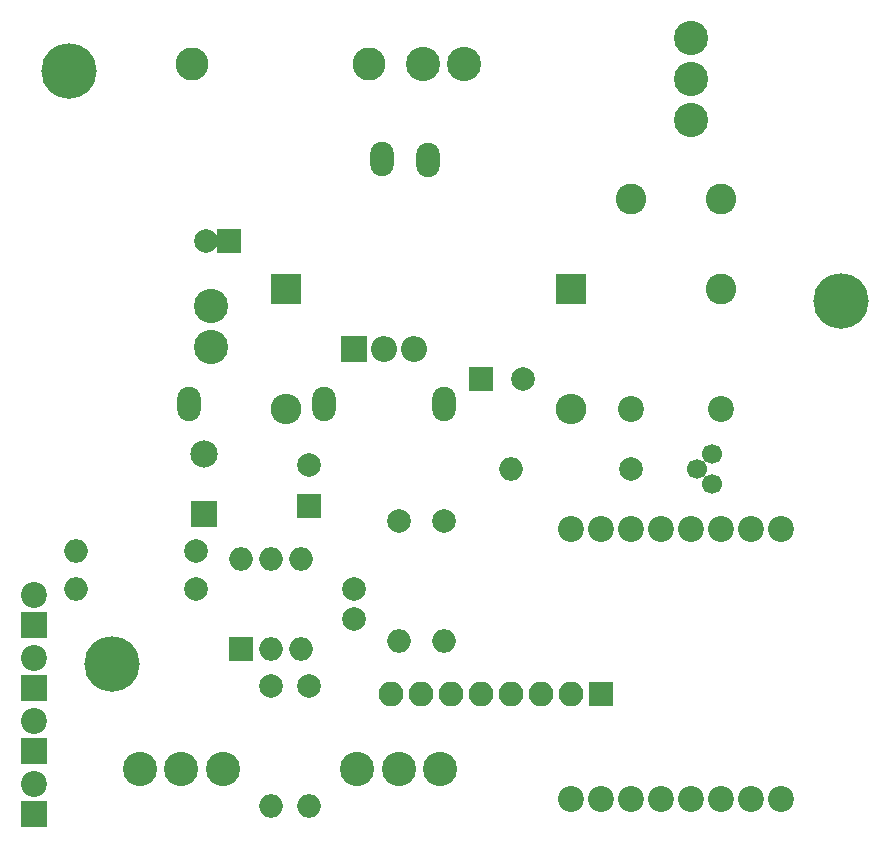
<source format=gbr>
G04 #@! TF.FileFunction,Soldermask,Bot*
%FSLAX46Y46*%
G04 Gerber Fmt 4.6, Leading zero omitted, Abs format (unit mm)*
G04 Created by KiCad (PCBNEW 4.0.7) date 02/09/18 10:32:30*
%MOMM*%
%LPD*%
G01*
G04 APERTURE LIST*
%ADD10C,0.100000*%
%ADD11O,2.000000X2.900000*%
%ADD12C,1.700000*%
%ADD13C,2.200000*%
%ADD14C,2.800000*%
%ADD15C,2.000000*%
%ADD16O,2.000000X2.000000*%
%ADD17R,2.100000X2.100000*%
%ADD18O,2.100000X2.100000*%
%ADD19C,2.900000*%
%ADD20C,2.600000*%
%ADD21R,2.200000X2.200000*%
%ADD22O,2.200000X2.200000*%
%ADD23R,2.000000X2.000000*%
%ADD24R,2.600000X2.600000*%
%ADD25O,2.600000X2.600000*%
%ADD26R,2.305000X2.305000*%
%ADD27C,2.305000*%
%ADD28C,4.700000*%
G04 APERTURE END LIST*
D10*
D11*
X221595000Y-75445000D03*
X217695000Y-75345000D03*
X201295000Y-96105000D03*
X212725000Y-96105000D03*
X222885000Y-96105000D03*
D12*
X244348000Y-101600000D03*
X245618000Y-100330000D03*
X245618000Y-102870000D03*
D13*
X233680000Y-129540000D03*
X236220000Y-129540000D03*
X238760000Y-129540000D03*
X241300000Y-129540000D03*
X243840000Y-129540000D03*
X246380000Y-129540000D03*
X248920000Y-129540000D03*
X251460000Y-129540000D03*
X251460000Y-106680000D03*
X248920000Y-106680000D03*
X246380000Y-106680000D03*
X243840000Y-106680000D03*
X241300000Y-106680000D03*
X238760000Y-106680000D03*
X236220000Y-106680000D03*
X233680000Y-106680000D03*
D14*
X216535000Y-67310000D03*
X201535000Y-67310000D03*
D15*
X222885000Y-106045000D03*
D16*
X222885000Y-116205000D03*
D17*
X236220000Y-120650000D03*
D18*
X233680000Y-120650000D03*
X231140000Y-120650000D03*
X228600000Y-120650000D03*
X226060000Y-120650000D03*
X223520000Y-120650000D03*
X220980000Y-120650000D03*
X218440000Y-120650000D03*
D19*
X224635000Y-67310000D03*
X221135000Y-67310000D03*
D13*
X246380000Y-96520000D03*
X238760000Y-96520000D03*
D20*
X246380000Y-86360000D03*
X246380000Y-78740000D03*
X238760000Y-78740000D03*
D21*
X215265000Y-91440000D03*
D22*
X217805000Y-91440000D03*
X220345000Y-91440000D03*
D23*
X226060000Y-93980000D03*
D15*
X229560000Y-93980000D03*
D23*
X204724000Y-82296000D03*
D15*
X202724000Y-82296000D03*
D23*
X211455000Y-104775000D03*
D15*
X211455000Y-101275000D03*
X215265000Y-114300000D03*
X215265000Y-111800000D03*
D21*
X188214000Y-120142000D03*
D13*
X188214000Y-117602000D03*
D21*
X188214000Y-125476000D03*
D13*
X188214000Y-122936000D03*
D21*
X188214000Y-130810000D03*
D13*
X188214000Y-128270000D03*
D24*
X233680000Y-86360000D03*
D25*
X233680000Y-96520000D03*
D19*
X203200000Y-87785000D03*
X203200000Y-91285000D03*
X215575000Y-127000000D03*
X219075000Y-127000000D03*
X222575000Y-127000000D03*
X197160000Y-127000000D03*
X200660000Y-127000000D03*
X204160000Y-127000000D03*
X243840000Y-72080000D03*
X243840000Y-68580000D03*
X243840000Y-65080000D03*
D26*
X202565000Y-105410000D03*
D27*
X202565000Y-100330000D03*
D15*
X201930000Y-108585000D03*
D16*
X191770000Y-108585000D03*
D15*
X201930000Y-111760000D03*
D16*
X191770000Y-111760000D03*
D15*
X219075000Y-106045000D03*
D16*
X219075000Y-116205000D03*
D15*
X238760000Y-101600000D03*
D16*
X228600000Y-101600000D03*
D15*
X208280000Y-120015000D03*
D16*
X208280000Y-130175000D03*
D15*
X211455000Y-120015000D03*
D16*
X211455000Y-130175000D03*
D23*
X205740000Y-116840000D03*
D16*
X210820000Y-109220000D03*
X208280000Y-116840000D03*
X208280000Y-109220000D03*
X210820000Y-116840000D03*
X205740000Y-109220000D03*
D21*
X188214000Y-114808000D03*
D13*
X188214000Y-112268000D03*
D24*
X209550000Y-86360000D03*
D25*
X209550000Y-96520000D03*
D28*
X194818000Y-118110000D03*
X191135000Y-67945000D03*
X256540000Y-87376000D03*
M02*

</source>
